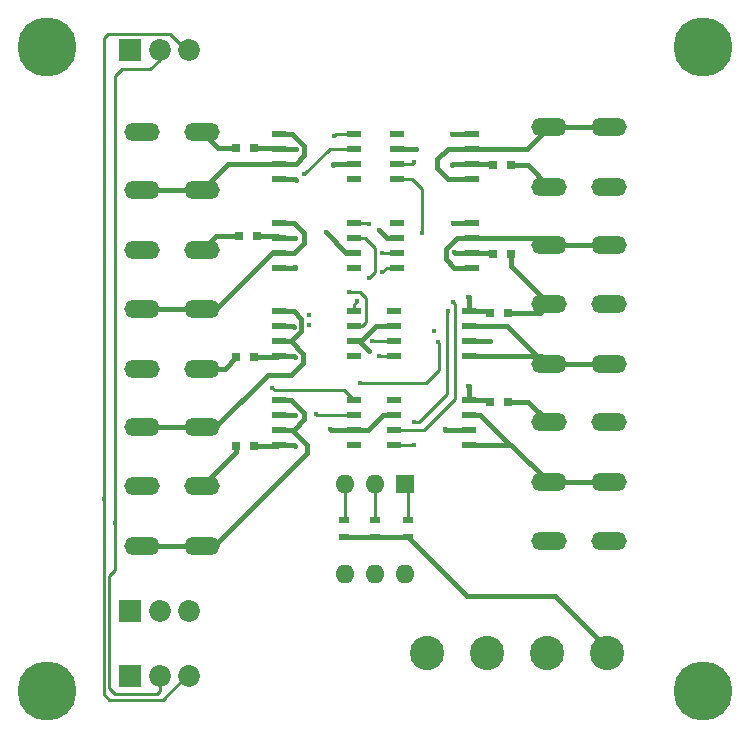
<source format=gbr>
G04 #@! TF.FileFunction,Copper,L4,Bot,Signal*
%FSLAX46Y46*%
G04 Gerber Fmt 4.6, Leading zero omitted, Abs format (unit mm)*
G04 Created by KiCad (PCBNEW 4.0.4-stable) date Wednesday, 26 April 2017 'PMt' 10:40:54 PM*
%MOMM*%
%LPD*%
G01*
G04 APERTURE LIST*
%ADD10C,0.100000*%
%ADD11C,5.000000*%
%ADD12R,1.143000X0.508000*%
%ADD13R,1.600000X1.600000*%
%ADD14O,1.600000X1.600000*%
%ADD15R,1.850000X1.850000*%
%ADD16C,1.850000*%
%ADD17R,0.800000X0.750000*%
%ADD18O,2.999740X1.501140*%
%ADD19R,0.900000X0.500000*%
%ADD20C,2.900000*%
%ADD21C,0.400000*%
%ADD22C,0.400000*%
%ADD23C,0.250000*%
G04 APERTURE END LIST*
D10*
D11*
X98750000Y-116750000D03*
X43250000Y-116750000D03*
X43250000Y-62250000D03*
D12*
X78925000Y-95905000D03*
X78925000Y-94635000D03*
X78925000Y-93365000D03*
X78925000Y-92095000D03*
X72575000Y-92095000D03*
X72575000Y-93365000D03*
X72575000Y-94635000D03*
X72575000Y-95905000D03*
X78925000Y-88405000D03*
X78925000Y-87135000D03*
X78925000Y-85865000D03*
X78925000Y-84595000D03*
X72575000Y-84595000D03*
X72575000Y-85865000D03*
X72575000Y-87135000D03*
X72575000Y-88405000D03*
X79175000Y-80905000D03*
X79175000Y-79635000D03*
X79175000Y-78365000D03*
X79175000Y-77095000D03*
X72825000Y-77095000D03*
X72825000Y-78365000D03*
X72825000Y-79635000D03*
X72825000Y-80905000D03*
X79175000Y-73405000D03*
X79175000Y-72135000D03*
X79175000Y-70865000D03*
X79175000Y-69595000D03*
X72825000Y-69595000D03*
X72825000Y-70865000D03*
X72825000Y-72135000D03*
X72825000Y-73405000D03*
X62825000Y-69595000D03*
X62825000Y-70865000D03*
X62825000Y-72135000D03*
X62825000Y-73405000D03*
X69175000Y-73405000D03*
X69175000Y-72135000D03*
X69175000Y-70865000D03*
X69175000Y-69595000D03*
X62825000Y-77095000D03*
X62825000Y-78365000D03*
X62825000Y-79635000D03*
X62825000Y-80905000D03*
X69175000Y-80905000D03*
X69175000Y-79635000D03*
X69175000Y-78365000D03*
X69175000Y-77095000D03*
X62825000Y-84595000D03*
X62825000Y-85865000D03*
X62825000Y-87135000D03*
X62825000Y-88405000D03*
X69175000Y-88405000D03*
X69175000Y-87135000D03*
X69175000Y-85865000D03*
X69175000Y-84595000D03*
X62825000Y-92095000D03*
X62825000Y-93365000D03*
X62825000Y-94635000D03*
X62825000Y-95905000D03*
X69175000Y-95905000D03*
X69175000Y-94635000D03*
X69175000Y-93365000D03*
X69175000Y-92095000D03*
D13*
X73500000Y-99250000D03*
D14*
X68420000Y-106870000D03*
X70960000Y-99250000D03*
X70960000Y-106870000D03*
X68420000Y-99250000D03*
X73500000Y-106870000D03*
D15*
X50250000Y-110000000D03*
D16*
X52750000Y-110000000D03*
X55250000Y-110000000D03*
D17*
X80750000Y-92250000D03*
X82250000Y-92250000D03*
X80750000Y-84750000D03*
X82250000Y-84750000D03*
X81000000Y-79750000D03*
X82500000Y-79750000D03*
X81000000Y-72250000D03*
X82500000Y-72250000D03*
X60750000Y-70750000D03*
X59250000Y-70750000D03*
X61000000Y-78250000D03*
X59500000Y-78250000D03*
X60750000Y-88500000D03*
X59250000Y-88500000D03*
X60750000Y-96000000D03*
X59250000Y-96000000D03*
D18*
X90790000Y-104030000D03*
X85710000Y-104030000D03*
X90790000Y-99077000D03*
X85710000Y-99077000D03*
X90790000Y-93997000D03*
X85710000Y-93997000D03*
X90790000Y-89044000D03*
X85710000Y-89044000D03*
X90790000Y-83964000D03*
X85710000Y-83964000D03*
X90790000Y-79011000D03*
X85710000Y-79011000D03*
X90790000Y-74058000D03*
X85710000Y-74058000D03*
X90790000Y-68978000D03*
X85710000Y-68978000D03*
D19*
X73750000Y-102250000D03*
X73750000Y-103750000D03*
X71000000Y-102250000D03*
X71000000Y-103750000D03*
X68400000Y-102250000D03*
X68400000Y-103750000D03*
D15*
X50250000Y-115500000D03*
D16*
X52750000Y-115500000D03*
X55250000Y-115500000D03*
D15*
X50250000Y-62500000D03*
D16*
X52750000Y-62500000D03*
X55250000Y-62500000D03*
D20*
X75380000Y-113500000D03*
X80460000Y-113500000D03*
X85540000Y-113500000D03*
X90620000Y-113500000D03*
D18*
X51260000Y-69420000D03*
X56340000Y-69420000D03*
X51260000Y-74373000D03*
X56340000Y-74373000D03*
X51260000Y-79453000D03*
X56340000Y-79453000D03*
X51260000Y-84406000D03*
X56340000Y-84406000D03*
X51260000Y-89486000D03*
X56340000Y-89486000D03*
X51260000Y-94439000D03*
X56340000Y-94439000D03*
X51260000Y-99392000D03*
X56340000Y-99392000D03*
X51260000Y-104472000D03*
X56340000Y-104472000D03*
D11*
X98750000Y-62250000D03*
D21*
X78900000Y-83400000D03*
X80700000Y-87100000D03*
X76000000Y-86300000D03*
X64200000Y-93400000D03*
X64200000Y-96000000D03*
X64100000Y-85900000D03*
X64200000Y-88500000D03*
X64200000Y-78400000D03*
X64200000Y-80900000D03*
X64300000Y-70900000D03*
X64300000Y-73500000D03*
X76900000Y-94600000D03*
X78900000Y-90900000D03*
X77700000Y-79600000D03*
X77600000Y-77100000D03*
X77500000Y-72200000D03*
X77500000Y-69600000D03*
X65400000Y-84900000D03*
X70500000Y-88000000D03*
X67200000Y-94600000D03*
X71300000Y-77700000D03*
X66800000Y-77900000D03*
X74500000Y-70900000D03*
X67400000Y-72200000D03*
X65400000Y-85800000D03*
X69700000Y-90700000D03*
X76300000Y-87200000D03*
X49000000Y-102500000D03*
X48000000Y-100500000D03*
X67500000Y-69750000D03*
X65000000Y-73000000D03*
X70500000Y-77250000D03*
X70500000Y-81750000D03*
X69500000Y-83750000D03*
X68750000Y-83000000D03*
X62300000Y-91100000D03*
X66000000Y-93300000D03*
X74300000Y-95900000D03*
X74300000Y-94000000D03*
X77200000Y-84600000D03*
X77600000Y-83800000D03*
X71300000Y-88400000D03*
X70700000Y-87100000D03*
X71600000Y-81300000D03*
X71600000Y-79700000D03*
X75000000Y-78000000D03*
X74250000Y-72000000D03*
D22*
X78925000Y-84595000D02*
X78925000Y-83425000D01*
X78925000Y-83425000D02*
X78900000Y-83400000D01*
X78925000Y-87135000D02*
X80665000Y-87135000D01*
X80665000Y-87135000D02*
X80700000Y-87100000D01*
X78750000Y-108750000D02*
X73750000Y-103750000D01*
X62825000Y-93365000D02*
X64165000Y-93365000D01*
X64165000Y-93365000D02*
X64200000Y-93400000D01*
X62825000Y-95905000D02*
X64105000Y-95905000D01*
X64105000Y-95905000D02*
X64200000Y-96000000D01*
X62825000Y-85865000D02*
X64065000Y-85865000D01*
X64065000Y-85865000D02*
X64100000Y-85900000D01*
X62825000Y-88405000D02*
X64105000Y-88405000D01*
X64105000Y-88405000D02*
X64200000Y-88500000D01*
X62825000Y-78365000D02*
X64165000Y-78365000D01*
X64165000Y-78365000D02*
X64200000Y-78400000D01*
X62825000Y-80905000D02*
X64195000Y-80905000D01*
X64195000Y-80905000D02*
X64200000Y-80900000D01*
X62825000Y-70865000D02*
X64265000Y-70865000D01*
X64265000Y-70865000D02*
X64300000Y-70900000D01*
X62825000Y-73405000D02*
X64205000Y-73405000D01*
X64205000Y-73405000D02*
X64300000Y-73500000D01*
X78925000Y-94635000D02*
X76935000Y-94635000D01*
X76935000Y-94635000D02*
X76900000Y-94600000D01*
X78925000Y-92095000D02*
X78925000Y-90925000D01*
X78925000Y-90925000D02*
X78900000Y-90900000D01*
X79175000Y-79635000D02*
X77735000Y-79635000D01*
X77735000Y-79635000D02*
X77700000Y-79600000D01*
X79175000Y-77095000D02*
X77605000Y-77095000D01*
X77605000Y-77095000D02*
X77600000Y-77100000D01*
X79175000Y-72135000D02*
X77565000Y-72135000D01*
X77565000Y-72135000D02*
X77500000Y-72200000D01*
X79175000Y-69595000D02*
X77505000Y-69595000D01*
X77505000Y-69595000D02*
X77500000Y-69600000D01*
X68500000Y-103750000D02*
X71000000Y-103750000D01*
X71000000Y-103750000D02*
X73750000Y-103750000D01*
X90620000Y-113500000D02*
X90620000Y-113120000D01*
X90620000Y-113120000D02*
X86250000Y-108750000D01*
X86250000Y-108750000D02*
X78750000Y-108750000D01*
X60750000Y-96000000D02*
X62730000Y-96000000D01*
X62730000Y-96000000D02*
X62825000Y-95905000D01*
X60750000Y-88500000D02*
X62730000Y-88500000D01*
X62730000Y-88500000D02*
X62825000Y-88405000D01*
X61000000Y-78250000D02*
X62710000Y-78250000D01*
X62710000Y-78250000D02*
X62825000Y-78365000D01*
X60750000Y-70750000D02*
X62710000Y-70750000D01*
X62710000Y-70750000D02*
X62825000Y-70865000D01*
X79175000Y-72135000D02*
X80885000Y-72135000D01*
X80885000Y-72135000D02*
X81000000Y-72250000D01*
X79175000Y-79635000D02*
X80885000Y-79635000D01*
X80885000Y-79635000D02*
X81000000Y-79750000D01*
X78925000Y-84595000D02*
X80595000Y-84595000D01*
X80595000Y-84595000D02*
X80750000Y-84750000D01*
X78925000Y-92095000D02*
X80595000Y-92095000D01*
X80595000Y-92095000D02*
X80750000Y-92250000D01*
X69635000Y-87135000D02*
X70500000Y-88000000D01*
X69175000Y-87135000D02*
X69635000Y-87135000D01*
X69175000Y-94635000D02*
X67235000Y-94635000D01*
X67235000Y-94635000D02*
X67200000Y-94600000D01*
X69175000Y-94635000D02*
X70365000Y-94635000D01*
X71635000Y-93365000D02*
X72575000Y-93365000D01*
X70365000Y-94635000D02*
X71635000Y-93365000D01*
X72575000Y-85865000D02*
X71035000Y-85865000D01*
X69765000Y-87135000D02*
X69175000Y-87135000D01*
X71035000Y-85865000D02*
X69765000Y-87135000D01*
X72825000Y-78365000D02*
X71965000Y-78365000D01*
X71965000Y-78365000D02*
X71300000Y-77700000D01*
X69175000Y-79635000D02*
X68535000Y-79635000D01*
X68535000Y-79635000D02*
X66800000Y-77900000D01*
X72825000Y-70865000D02*
X74465000Y-70865000D01*
X74465000Y-70865000D02*
X74500000Y-70900000D01*
X69175000Y-72135000D02*
X67465000Y-72135000D01*
X67465000Y-72135000D02*
X67400000Y-72200000D01*
X59250000Y-96000000D02*
X59250000Y-96482000D01*
X59250000Y-96482000D02*
X56340000Y-99392000D01*
X56340000Y-89486000D02*
X58264000Y-89486000D01*
X58264000Y-89486000D02*
X59250000Y-88500000D01*
X59500000Y-78250000D02*
X57543000Y-78250000D01*
X57543000Y-78250000D02*
X56340000Y-79453000D01*
X59250000Y-70750000D02*
X57670000Y-70750000D01*
X57670000Y-70750000D02*
X56340000Y-69420000D01*
X82250000Y-84750000D02*
X84924000Y-84750000D01*
X84924000Y-84750000D02*
X85710000Y-83964000D01*
X82250000Y-92250000D02*
X83963000Y-92250000D01*
X83963000Y-92250000D02*
X85710000Y-93997000D01*
X82500000Y-79750000D02*
X82500000Y-80754000D01*
X82500000Y-80754000D02*
X85710000Y-83964000D01*
X82500000Y-72250000D02*
X83902000Y-72250000D01*
X83902000Y-72250000D02*
X85710000Y-74058000D01*
D23*
X73750000Y-102250000D02*
X73750000Y-99500000D01*
X73750000Y-99500000D02*
X73500000Y-99250000D01*
X75300000Y-90700000D02*
X69700000Y-90700000D01*
X76400000Y-89600000D02*
X75300000Y-90700000D01*
X76400000Y-87300000D02*
X76400000Y-89600000D01*
X76300000Y-87200000D02*
X76400000Y-87300000D01*
X68420000Y-99250000D02*
X68420000Y-102170000D01*
X68420000Y-102170000D02*
X68500000Y-102250000D01*
X52750000Y-62500000D02*
X52750000Y-63300000D01*
X52750000Y-63300000D02*
X51950000Y-64100000D01*
X51950000Y-64100000D02*
X49600000Y-64100000D01*
X49600000Y-64100000D02*
X49000000Y-64700000D01*
X49000000Y-64700000D02*
X49000000Y-68500000D01*
X49000000Y-102500000D02*
X49000000Y-106500000D01*
X52750000Y-116750000D02*
X52500000Y-117000000D01*
X52500000Y-117000000D02*
X49000000Y-117000000D01*
X49000000Y-117000000D02*
X48500000Y-116500000D01*
X48500000Y-116500000D02*
X48500000Y-107000000D01*
X48500000Y-107000000D02*
X49000000Y-106500000D01*
X52750000Y-116750000D02*
X52750000Y-115500000D01*
X49000000Y-101000000D02*
X49000000Y-68500000D01*
X49000000Y-102500000D02*
X49000000Y-101000000D01*
X48000000Y-61500000D02*
X48400000Y-61100000D01*
X48000000Y-100500000D02*
X48000000Y-61500000D01*
X53600000Y-61100000D02*
X55000000Y-62500000D01*
X48400000Y-61100000D02*
X53600000Y-61100000D01*
X55000000Y-62500000D02*
X55250000Y-62500000D01*
X55250000Y-115500000D02*
X55000000Y-115500000D01*
X55000000Y-115500000D02*
X53000000Y-117500000D01*
X48000000Y-105500000D02*
X48000000Y-100500000D01*
X48000000Y-117000000D02*
X48000000Y-105500000D01*
X48500000Y-117500000D02*
X48000000Y-117000000D01*
X53000000Y-117500000D02*
X48500000Y-117500000D01*
X55250000Y-115500000D02*
X55250000Y-115750000D01*
X55250000Y-62500000D02*
X55250000Y-62350000D01*
D22*
X63965000Y-94635000D02*
X64115000Y-94635000D01*
X62825000Y-92095000D02*
X63895000Y-92095000D01*
X63965000Y-94635000D02*
X62825000Y-94635000D01*
X65000000Y-93200000D02*
X63895000Y-92095000D01*
X65000000Y-93750000D02*
X65000000Y-93200000D01*
X64115000Y-94635000D02*
X65000000Y-93750000D01*
X56340000Y-104472000D02*
X57328000Y-104472000D01*
X57328000Y-104472000D02*
X65200000Y-96600000D01*
X63935000Y-94635000D02*
X62825000Y-94635000D01*
X65200000Y-95900000D02*
X63935000Y-94635000D01*
X65200000Y-96600000D02*
X65200000Y-95900000D01*
X51260000Y-104472000D02*
X56340000Y-104472000D01*
X63235000Y-94635000D02*
X62825000Y-94635000D01*
X63865000Y-87135000D02*
X64750000Y-86250000D01*
X62825000Y-84595000D02*
X63695000Y-84595000D01*
X63865000Y-87135000D02*
X62825000Y-87135000D01*
X64095000Y-84595000D02*
X63695000Y-84595000D01*
X64750000Y-85250000D02*
X64095000Y-84595000D01*
X64750000Y-86250000D02*
X64750000Y-85250000D01*
X56340000Y-94439000D02*
X57461000Y-94439000D01*
X57461000Y-94439000D02*
X61900000Y-90000000D01*
X63835000Y-87135000D02*
X62825000Y-87135000D01*
X64900000Y-88200000D02*
X63835000Y-87135000D01*
X64900000Y-89000000D02*
X64900000Y-88200000D01*
X63900000Y-90000000D02*
X64900000Y-89000000D01*
X61900000Y-90000000D02*
X63900000Y-90000000D01*
X51260000Y-94439000D02*
X56340000Y-94439000D01*
X62825000Y-79635000D02*
X64165000Y-79635000D01*
X64095000Y-77095000D02*
X62825000Y-77095000D01*
X65000000Y-78000000D02*
X64095000Y-77095000D01*
X65000000Y-78800000D02*
X65000000Y-78000000D01*
X64165000Y-79635000D02*
X65000000Y-78800000D01*
X63195000Y-77095000D02*
X62825000Y-77095000D01*
X56340000Y-84406000D02*
X57494000Y-84406000D01*
X57494000Y-84406000D02*
X62265000Y-79635000D01*
X62265000Y-79635000D02*
X62825000Y-79635000D01*
X51260000Y-84406000D02*
X56340000Y-84406000D01*
X62825000Y-72135000D02*
X64265000Y-72135000D01*
X63995000Y-69595000D02*
X62825000Y-69595000D01*
X65000000Y-70600000D02*
X63995000Y-69595000D01*
X65000000Y-71400000D02*
X65000000Y-70600000D01*
X64265000Y-72135000D02*
X65000000Y-71400000D01*
X63295000Y-69595000D02*
X62825000Y-69595000D01*
X51260000Y-74373000D02*
X56340000Y-74373000D01*
X56340000Y-74373000D02*
X58578000Y-72135000D01*
X58578000Y-72135000D02*
X62825000Y-72135000D01*
X77705000Y-73405000D02*
X77155000Y-73405000D01*
X79175000Y-73405000D02*
X77705000Y-73405000D01*
X77935000Y-70865000D02*
X79175000Y-70865000D01*
X77135000Y-70865000D02*
X77935000Y-70865000D01*
X76250000Y-71750000D02*
X77135000Y-70865000D01*
X76250000Y-72500000D02*
X76250000Y-71750000D01*
X77155000Y-73405000D02*
X76250000Y-72500000D01*
X85710000Y-68978000D02*
X90790000Y-68978000D01*
X79175000Y-70865000D02*
X83823000Y-70865000D01*
X83823000Y-70865000D02*
X85710000Y-68978000D01*
X79175000Y-80905000D02*
X77705000Y-80905000D01*
X77705000Y-80905000D02*
X77000000Y-80200000D01*
X77000000Y-80200000D02*
X77000000Y-79300000D01*
X77000000Y-79300000D02*
X77935000Y-78365000D01*
X77935000Y-78365000D02*
X79175000Y-78365000D01*
X85710000Y-79011000D02*
X90790000Y-79011000D01*
X79175000Y-78365000D02*
X85064000Y-78365000D01*
X85064000Y-78365000D02*
X85710000Y-79011000D01*
X78925000Y-85865000D02*
X82165000Y-85865000D01*
X82165000Y-85865000D02*
X84705000Y-88405000D01*
X84705000Y-88405000D02*
X84600000Y-88300000D01*
X84600000Y-88300000D02*
X84600000Y-88405000D01*
X85710000Y-89044000D02*
X90790000Y-89044000D01*
X78925000Y-88405000D02*
X84600000Y-88405000D01*
X84600000Y-88405000D02*
X85071000Y-88405000D01*
X85071000Y-88405000D02*
X85710000Y-89044000D01*
X78925000Y-93365000D02*
X79865000Y-93365000D01*
X79865000Y-93365000D02*
X82405000Y-95905000D01*
X85710000Y-99077000D02*
X90790000Y-99077000D01*
X78925000Y-95905000D02*
X82405000Y-95905000D01*
X82405000Y-95905000D02*
X82538000Y-95905000D01*
X82538000Y-95905000D02*
X85710000Y-99077000D01*
D23*
X67655000Y-69595000D02*
X69175000Y-69595000D01*
X67500000Y-69750000D02*
X67655000Y-69595000D01*
X69175000Y-70865000D02*
X67135000Y-70865000D01*
X67135000Y-70865000D02*
X65000000Y-73000000D01*
X70345000Y-77095000D02*
X69175000Y-77095000D01*
X70500000Y-77250000D02*
X70345000Y-77095000D01*
X70115000Y-78365000D02*
X69175000Y-78365000D01*
X71000000Y-79250000D02*
X70115000Y-78365000D01*
X71000000Y-81250000D02*
X71000000Y-79250000D01*
X70500000Y-81750000D02*
X71000000Y-81250000D01*
X69175000Y-84075000D02*
X69175000Y-84595000D01*
X69500000Y-83750000D02*
X69175000Y-84075000D01*
X68750000Y-83000000D02*
X69750000Y-83000000D01*
X70250000Y-85500000D02*
X69885000Y-85865000D01*
X69175000Y-85865000D02*
X69885000Y-85865000D01*
X70250000Y-83500000D02*
X70250000Y-85500000D01*
X69750000Y-83000000D02*
X70250000Y-83500000D01*
X68380000Y-91300000D02*
X69175000Y-92095000D01*
X62500000Y-91300000D02*
X68380000Y-91300000D01*
X62300000Y-91100000D02*
X62500000Y-91300000D01*
X69175000Y-93365000D02*
X66065000Y-93365000D01*
X66065000Y-93365000D02*
X66000000Y-93300000D01*
X66000000Y-93300000D02*
X66065000Y-93365000D01*
X74295000Y-95905000D02*
X72575000Y-95905000D01*
X74300000Y-95900000D02*
X74295000Y-95905000D01*
X74700000Y-94000000D02*
X74300000Y-94000000D01*
X77100000Y-91600000D02*
X74700000Y-94000000D01*
X77100000Y-84700000D02*
X77100000Y-91600000D01*
X77200000Y-84600000D02*
X77100000Y-84700000D01*
X75165000Y-94635000D02*
X72575000Y-94635000D01*
X77800000Y-92000000D02*
X75165000Y-94635000D01*
X77800000Y-84000000D02*
X77800000Y-92000000D01*
X77600000Y-83800000D02*
X77800000Y-84000000D01*
X71305000Y-88405000D02*
X72575000Y-88405000D01*
X71300000Y-88400000D02*
X71305000Y-88405000D01*
X70735000Y-87135000D02*
X72575000Y-87135000D01*
X70700000Y-87100000D02*
X70735000Y-87135000D01*
X71995000Y-80905000D02*
X72825000Y-80905000D01*
X71600000Y-81300000D02*
X71995000Y-80905000D01*
X71665000Y-79635000D02*
X72825000Y-79635000D01*
X71600000Y-79700000D02*
X71665000Y-79635000D01*
X72825000Y-73405000D02*
X74155000Y-73405000D01*
X75000000Y-74250000D02*
X75000000Y-78000000D01*
X74155000Y-73405000D02*
X75000000Y-74250000D01*
X74115000Y-72135000D02*
X72825000Y-72135000D01*
X74250000Y-72000000D02*
X74115000Y-72135000D01*
X71000000Y-102250000D02*
X71000000Y-99290000D01*
X71000000Y-99290000D02*
X70960000Y-99250000D01*
M02*

</source>
